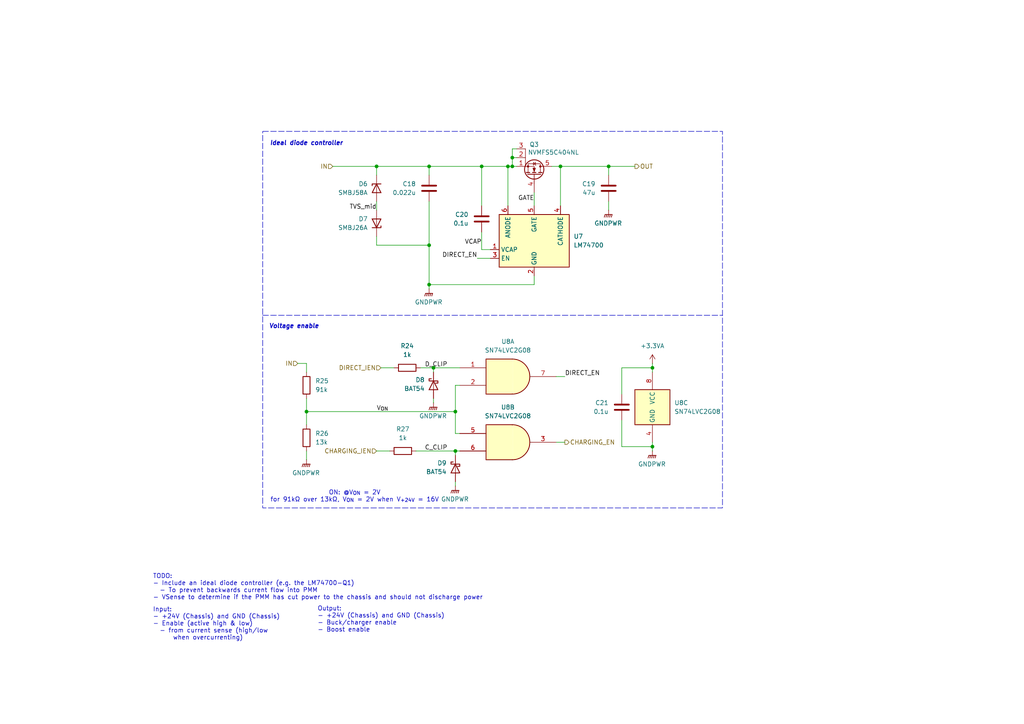
<source format=kicad_sch>
(kicad_sch (version 20250114) (generator "eeschema") (generator_version "9.0")
  (paper "A4")
  (title_block (title "Ideal Diode + VSense") (date "2025-02-12") (rev "1") (company "UT Robomaster") (comment 1 "Robomaster"))
  (lib_symbols
    (symbol "! Robomaster ICs:SN74LVC2G08"
      (property "Reference" "U" (at -10.16 7.62 0))
      (property "Value" "SN74LVC2G08" (at -10.16 -7.62 0))
      (symbol "SN74LVC2G08_1_1"
        (arc (start 0 5.08) (mid 5.0579 0) (end 0 -5.08) (stroke (width 0.254)) (fill (type background)))
        (polyline (pts (xy 0 -5.08) (xy -7.62 -5.08) (xy -7.62 5.08) (xy 0 5.08)) (stroke (width 0.254)) (fill (type background)))
        (pin input line (at -15.24 2.54 0) (length 7.62) (name "~") (number "1"))
        (pin input line (at -15.24 -2.54 0) (length 7.62) (name "~") (number "2"))
        (pin output line (at 12.7 0 180) (length 7.62) (name "~") (number "7"))
      )
      (symbol "SN74LVC2G08_2_1"
        (arc (start 0 5.08) (mid 5.0579 0) (end 0 -5.08) (stroke (width 0.254)) (fill (type background)))
        (polyline (pts (xy 0 -5.08) (xy -7.62 -5.08) (xy -7.62 5.08) (xy 0 5.08)) (stroke (width 0.254)) (fill (type background)))
        (pin input line (at -15.24 2.54 0) (length 7.62) (name "~") (number "5"))
        (pin input line (at -15.24 -2.54 0) (length 7.62) (name "~") (number "6"))
        (pin output line (at 12.7 0 180) (length 7.62) (name "~") (number "3"))
      )
      (symbol "SN74LVC2G08_3_0"
        (rectangle (start -5.08 -5.08) (end 5.08 5.08) (stroke (width 0.254)) (fill (type background)))
      )
      (symbol "SN74LVC2G08_3_1"
        (pin power_in line (at 0 10.16 270) (length 5.08) (name "VCC") (number "8"))
        (pin power_in line (at 0 -10.16 90) (length 5.08) (name "GND") (number "4"))
      )
    )
    (symbol "Device:C" (pin_numbers (hide yes)) (pin_names (offset 0.254))
      (property "Reference" "C" (at 0.635 2.54 0))
      (property "Value" "C" (at 0.635 -2.54 0))
      (symbol "C_0_1"
        (polyline (pts (xy -2.032 0.762) (xy 2.032 0.762)) (stroke (width 0.508)))
        (polyline (pts (xy -2.032 -0.762) (xy 2.032 -0.762)) (stroke (width 0.508)))
      )
      (symbol "C_1_1"
        (pin passive line (at 0 3.81 270) (length 2.794) (name "~") (number "1"))
        (pin passive line (at 0 -3.81 90) (length 2.794) (name "~") (number "2"))
      )
    )
    (symbol "Device:D_Schottky" (pin_numbers (hide yes)) (pin_names (offset 1.016) (hide yes))
      (property "Reference" "D6" (at -0.3175 6.35 0))
      (property "Value" "BAT54" (at -0.3175 3.81 0))
      (symbol "D_Schottky_0_1"
        (polyline (pts (xy -1.905 0.635) (xy -1.905 1.27) (xy -1.27 1.27) (xy -1.27 -1.27) (xy -0.635 -1.27) (xy -0.635 -0.635)) (stroke (width 0.254)))
        (polyline (pts (xy 1.27 1.27) (xy 1.27 -1.27) (xy -1.27 0) (xy 1.27 1.27)) (stroke (width 0.254)))
        (polyline (pts (xy 1.27 0) (xy -1.27 0)))
      )
      (symbol "D_Schottky_1_1"
        (pin passive line (at -3.81 0 0) (length 2.54) (name "K") (number "3"))
        (pin passive line (at 3.81 0 180) (length 2.54) (name "A") (number "1"))
      )
    )
    (symbol "Device:D_Zener" (pin_numbers (hide yes)) (pin_names (offset 1.016) (hide yes))
      (property "Reference" "D" (at 0 2.54 0))
      (property "Value" "D_Zener" (at 0 -2.54 0))
      (symbol "D_Zener_0_1"
        (polyline (pts (xy -1.27 -1.27) (xy -1.27 1.27) (xy -0.762 1.27)) (stroke (width 0.254)))
        (polyline (pts (xy 1.27 0) (xy -1.27 0)))
        (polyline (pts (xy 1.27 -1.27) (xy 1.27 1.27) (xy -1.27 0) (xy 1.27 -1.27)) (stroke (width 0.254)))
      )
      (symbol "D_Zener_1_1"
        (pin passive line (at -3.81 0 0) (length 2.54) (name "K") (number "1"))
        (pin passive line (at 3.81 0 180) (length 2.54) (name "A") (number "2"))
      )
    )
    (symbol "Device:Q_NMOS_SGD" (pin_names (offset 0) (hide yes))
      (property "Reference" "Q1" (at 8.89 0 90))
      (property "Value" "NVMFS5C404NL" (at 6.35 0 90))
      (symbol "Q_NMOS_SGD_0_1"
        (polyline (pts (xy 0.254 1.905) (xy 0.254 -1.905)) (stroke (width 0.254)))
        (polyline (pts (xy 0.254 0) (xy -2.54 0)))
        (polyline (pts (xy 0.762 2.286) (xy 0.762 1.27)) (stroke (width 0.254)))
        (polyline (pts (xy 0.762 0.508) (xy 0.762 -0.508)) (stroke (width 0.254)))
        (polyline (pts (xy 0.762 -1.27) (xy 0.762 -2.286)) (stroke (width 0.254)))
        (polyline (pts (xy 0.762 -1.778) (xy 3.302 -1.778) (xy 3.302 1.778) (xy 0.762 1.778)))
        (polyline (pts (xy 1.016 0) (xy 2.032 0.381) (xy 2.032 -0.381) (xy 1.016 0)) (fill (type outline)))
        (circle (center 1.651 0) (radius 2.794) (stroke (width 0.254)))
        (polyline (pts (xy 2.54 2.54) (xy 2.54 1.778)))
        (circle (center 2.54 1.778) (radius 0.254) (fill (type outline)))
        (circle (center 2.54 -1.778) (radius 0.254) (fill (type outline)))
        (polyline (pts (xy 2.54 -2.54) (xy 2.54 0) (xy 0.762 0)))
        (polyline (pts (xy 2.794 0.508) (xy 2.921 0.381) (xy 3.683 0.381) (xy 3.81 0.254)))
        (polyline (pts (xy 3.302 0.381) (xy 2.921 -0.254) (xy 3.683 -0.254) (xy 3.302 0.381)))
        (polyline (pts (xy 7.62 -2.54) (xy 2.54 -2.54)))
      )
      (symbol "Q_NMOS_SGD_1_1"
        (pin input line (at -5.08 0 0) (length 5.08) (name "G") (number "4"))
        (pin passive line (at 2.54 5.08 270) (length 2.54) (name "D") (number "5"))
        (pin passive line (at 2.54 -5.08 90) (length 2.54) (name "S") (number "1"))
        (pin passive line (at 5.08 -5.08 90) (length 2.54) (name "S") (number "2"))
        (pin passive line (at 7.62 -5.08 90) (length 2.54) (name "S") (number "3"))
      )
    )
    (symbol "Device:R" (pin_numbers (hide yes)) (pin_names (offset 0))
      (property "Reference" "R" (at 2.032 0 90))
      (property "Value" "R" (at 0 0 90))
      (symbol "R_0_1"
        (rectangle (start -1.016 -2.54) (end 1.016 2.54) (stroke (width 0.254)))
      )
      (symbol "R_1_1"
        (pin passive line (at 0 3.81 270) (length 1.27) (name "~") (number "1"))
        (pin passive line (at 0 -3.81 90) (length 1.27) (name "~") (number "2"))
      )
    )
    (symbol "Power_Management:LM74700"
      (property "Reference" "U" (at -9.525 -8.89 0))
      (property "Value" "LM74700" (at 7.62 -8.89 0))
      (symbol "LM74700_0_1"
        (rectangle (start -10.16 7.62) (end 10.16 -7.62) (stroke (width 0.254)) (fill (type background)))
      )
      (symbol "LM74700_1_1"
        (pin passive line (at -12.7 -2.54 0) (length 2.54) (name "VCAP") (number "1"))
        (pin input line (at -12.7 -5.08 0) (length 2.54) (name "EN") (number "3"))
        (pin power_in line (at -7.62 10.16 270) (length 2.54) (name "ANODE") (number "6"))
        (pin output line (at 0 10.16 270) (length 2.54) (name "GATE") (number "5"))
        (pin power_in line (at 0 -10.16 90) (length 2.54) (name "GND") (number "2"))
        (pin input line (at 7.62 10.16 270) (length 2.54) (name "CATHODE") (number "4"))
      )
    )
    (symbol "power:+3.3VA" (power) (pin_numbers (hide yes)) (pin_names (offset 0) (hide yes))
      (property "Value" "+3.3VA" (at 0 3.556 0))
      (symbol "+3.3VA_0_1"
        (polyline (pts (xy -0.762 1.27) (xy 0 2.54)))
        (polyline (pts (xy 0 2.54) (xy 0.762 1.27)))
        (polyline (pts (xy 0 0) (xy 0 2.54)))
      )
      (symbol "+3.3VA_1_1"
        (pin power_in line (at 0 0 90) (length 0) (name "~") (number "1"))
      )
    )
    (symbol "power:GNDPWR" (power) (pin_numbers (hide yes)) (pin_names (offset 0) (hide yes))
      (property "Value" "GNDPWR" (at 0 -3.302 0))
      (symbol "GNDPWR_0_1"
        (polyline (pts (xy -1.016 -1.27) (xy -1.27 -2.032) (xy -1.27 -2.032)) (stroke (width 0.2032)))
        (polyline (pts (xy -0.508 -1.27) (xy -0.762 -2.032) (xy -0.762 -2.032)) (stroke (width 0.2032)))
        (polyline (pts (xy 0 -1.27) (xy 0 0)))
        (polyline (pts (xy 0 -1.27) (xy -0.254 -2.032) (xy -0.254 -2.032)) (stroke (width 0.2032)))
        (polyline (pts (xy 0.508 -1.27) (xy 0.254 -2.032) (xy 0.254 -2.032)) (stroke (width 0.2032)))
        (polyline (pts (xy 1.016 -1.27) (xy -1.016 -1.27) (xy -1.016 -1.27)) (stroke (width 0.2032)))
        (polyline (pts (xy 1.016 -1.27) (xy 0.762 -2.032) (xy 0.762 -2.032) (xy 0.762 -2.032)) (stroke (width 0.2032)))
      )
      (symbol "GNDPWR_1_1"
        (pin power_in line (at 0 0 270) (length 0) (name "~") (number "1"))
      )
    )
  )
  (rectangle (start 76.2 38.1) (end 209.55 147.32) (stroke (width 0) (type dash)))
  (text "Input:\n- +24V (Chassis) and GND (Chassis)\n- Enable (active high & low)\n  - from current sense (high/low \n      when overcurrenting)" (at 44.323 176.149 0) (effects (font (size 1.27 1.27)) (justify left top)))
  (text "ON: @V_{ON} = 2V\nfor 91kΩ over 13kΩ, V_{ON} = 2V when V_{+24V} = 16V" (at 102.87 142.24 0) (effects (font (size 1.27 1.27)) (justify top)))
  (text "Ideal diode controller" (at 78.232 40.894 0) (effects (font (size 1.27 1.27) (thickness 0.254) (bold yes) (italic yes)) (justify left top)))
  (text "Output:\n- +24V (Chassis) and GND (Chassis)\n- Buck/charger enable\n- Boost enable" (at 92.075 175.895 0) (effects (font (size 1.27 1.27)) (justify left top)))
  (text "Voltage enable" (at 77.978 93.98 0) (effects (font (size 1.27 1.27) (thickness 0.254) (bold yes) (italic yes)) (justify left top)))
  (text "TODO:\n- Include an ideal diode controller (e.g. the LM74700-Q1)\n  - To prevent backwards current flow into PMM\n- VSense to determine if the PMM has cut power to the chassis and should not discharge power" (at 44.323 166.497 0) (effects (font (size 1.27 1.27)) (justify left top)))
  (junction (at 88.9 119.38))
  (junction (at 148.59 45.72))
  (junction (at 125.73 106.68))
  (junction (at 124.46 82.55))
  (junction (at 139.7 48.26))
  (junction (at 132.08 119.38))
  (junction (at 189.23 129.54))
  (junction (at 148.59 48.26))
  (junction (at 124.46 71.12))
  (junction (at 132.08 130.81))
  (junction (at 109.22 48.26))
  (junction (at 124.46 48.26))
  (junction (at 147.32 48.26))
  (junction (at 189.23 106.68))
  (junction (at 162.56 48.26))
  (junction (at 176.53 48.26))
  (wire (pts (xy 124.46 82.55) (xy 154.94 82.55)))
  (wire (pts (xy 161.29 109.22) (xy 163.83 109.22)))
  (wire (pts (xy 124.46 82.55) (xy 124.46 83.82)))
  (wire (pts (xy 149.86 43.18) (xy 148.59 43.18)))
  (wire (pts (xy 162.56 48.26) (xy 162.56 59.69)))
  (wire (pts (xy 180.34 129.54) (xy 189.23 129.54)))
  (wire (pts (xy 180.34 121.92) (xy 180.34 129.54)))
  (wire (pts (xy 161.29 128.27) (xy 163.83 128.27)))
  (wire (pts (xy 120.65 130.81) (xy 132.08 130.81)))
  (wire (pts (xy 162.56 48.26) (xy 176.53 48.26)))
  (wire (pts (xy 109.22 130.81) (xy 113.03 130.81)))
  (wire (pts (xy 180.34 106.68) (xy 180.34 114.3)))
  (wire (pts (xy 189.23 106.68) (xy 180.34 106.68)))
  (wire (pts (xy 88.9 119.38) (xy 132.08 119.38)))
  (wire (pts (xy 176.53 48.26) (xy 184.15 48.26)))
  (wire (pts (xy 124.46 58.42) (xy 124.46 71.12)))
  (wire (pts (xy 132.08 119.38) (xy 132.08 125.73)))
  (wire (pts (xy 132.08 130.81) (xy 133.35 130.81)))
  (wire (pts (xy 154.94 80.01) (xy 154.94 82.55)))
  (wire (pts (xy 139.7 48.26) (xy 147.32 48.26)))
  (wire (pts (xy 189.23 106.68) (xy 189.23 107.95)))
  (wire (pts (xy 139.7 72.39) (xy 142.24 72.39)))
  (wire (pts (xy 109.22 71.12) (xy 124.46 71.12)))
  (wire (pts (xy 176.53 48.26) (xy 176.53 50.8)))
  (wire (pts (xy 125.73 106.68) (xy 125.73 107.95)))
  (wire (pts (xy 189.23 128.27) (xy 189.23 129.54)))
  (wire (pts (xy 125.73 115.57) (xy 125.73 116.84)))
  (wire (pts (xy 147.32 48.26) (xy 148.59 48.26)))
  (wire (pts (xy 121.92 106.68) (xy 125.73 106.68)))
  (wire (pts (xy 160.02 48.26) (xy 162.56 48.26)))
  (wire (pts (xy 138.43 74.93) (xy 142.24 74.93)))
  (wire (pts (xy 132.08 111.76) (xy 132.08 119.38)))
  (wire (pts (xy 132.08 139.7) (xy 132.08 140.97)))
  (wire (pts (xy 139.7 67.31) (xy 139.7 72.39)))
  (wire (pts (xy 176.53 58.42) (xy 176.53 60.96)))
  (wire (pts (xy 148.59 43.18) (xy 148.59 45.72)))
  (wire (pts (xy 149.86 45.72) (xy 148.59 45.72)))
  (wire (pts (xy 132.08 130.81) (xy 132.08 132.08)))
  (wire (pts (xy 139.7 48.26) (xy 139.7 59.69)))
  (wire (pts (xy 88.9 119.38) (xy 88.9 123.19)))
  (wire (pts (xy 88.9 115.57) (xy 88.9 119.38)))
  (wire (pts (xy 109.22 48.26) (xy 109.22 50.8)))
  (wire (pts (xy 96.52 48.26) (xy 109.22 48.26)))
  (wire (pts (xy 147.32 48.26) (xy 147.32 59.69)))
  (wire (pts (xy 124.46 71.12) (xy 124.46 82.55)))
  (wire (pts (xy 189.23 129.54) (xy 189.23 130.81)))
  (wire (pts (xy 133.35 111.76) (xy 132.08 111.76)))
  (wire (pts (xy 88.9 130.81) (xy 88.9 133.35)))
  (wire (pts (xy 109.22 68.58) (xy 109.22 71.12)))
  (wire (pts (xy 88.9 105.41) (xy 88.9 107.95)))
  (wire (pts (xy 132.08 125.73) (xy 133.35 125.73)))
  (wire (pts (xy 148.59 48.26) (xy 149.86 48.26)))
  (wire (pts (xy 124.46 48.26) (xy 139.7 48.26)))
  (wire (pts (xy 154.94 55.88) (xy 154.94 59.69)))
  (wire (pts (xy 109.22 58.42) (xy 109.22 60.96)))
  (wire (pts (xy 110.49 106.68) (xy 114.3 106.68)))
  (polyline (pts (xy 76.2 91.44) (xy 209.55 91.44)) (stroke (width 0) (type dash)))
  (wire (pts (xy 189.23 105.41) (xy 189.23 106.68)))
  (wire (pts (xy 86.36 105.41) (xy 88.9 105.41)))
  (wire (pts (xy 125.73 106.68) (xy 133.35 106.68)))
  (wire (pts (xy 109.22 48.26) (xy 124.46 48.26)))
  (wire (pts (xy 148.59 45.72) (xy 148.59 48.26)))
  (wire (pts (xy 124.46 48.26) (xy 124.46 50.8)))
  (label "DIRECT_EN" (at 138.43 74.93 180) (effects (font (thickness 0.1588))))
  (label "C_CLIP" (at 123.19 130.81 0))
  (label "V_{ON}" (at 109.22 119.38 0))
  (label "DIRECT_EN" (at 163.83 109.22 0) (effects (font (thickness 0.1588))))
  (label "TVS_mid" (at 109.22 60.96 180) (effects (font (thickness 0.1588))))
  (label "D_CLIP" (at 123.19 106.68 0))
  (label "VCAP" (at 139.7 71.12 180) (effects (font (thickness 0.1588))))
  (label "GATE" (at 154.94 58.42 180))
  (hierarchical_label "DIRECT_IEN" (shape input) (at 110.49 106.68 180))
  (hierarchical_label "CHARGING_IEN" (shape input) (at 109.22 130.81 180))
  (hierarchical_label "IN" (shape input) (at 96.52 48.26 180))
  (hierarchical_label "IN" (shape input) (at 86.36 105.41 180))
  (hierarchical_label "OUT" (shape output) (at 184.15 48.26 0))
  (hierarchical_label "CHARGING_EN" (shape output) (at 163.83 128.27 0))
  (symbol (lib_id "Device:R") (at 88.9 111.76 0) (unit 1)
    (property "Reference" "R25" (at 91.44 110.4899 0) (effects (justify left)))
    (property "Value" "91k" (at 91.44 113.0299 0) (effects (justify left)))
    (property "Footprint" "Resistor_SMD:R_0603_1608Metric_Pad0.98x0.95mm_HandSolder" (effects (hide yes)))
    (property "Description" "Resistor" (effects (hide yes)))
  )
  (symbol (lib_id "Device:R") (at 118.11 106.68 90) (unit 1)
    (property "Reference" "R24" (at 118.11 100.33 90))
    (property "Value" "1k" (at 118.11 102.87 90))
    (property "Footprint" "Resistor_SMD:R_0603_1608Metric_Pad0.98x0.95mm_HandSolder" (effects (hide yes)))
    (property "Description" "Resistor" (effects (hide yes)))
  )
  (symbol (lib_id "Device:C") (at 176.53 54.61 0) (mirror y) (unit 1)
    (property "Reference" "C19" (at 172.72 53.3399 0) (effects (justify left)))
    (property "Value" "47u" (at 172.72 55.8799 0) (effects (justify left)))
    (property "Footprint" "Capacitor_SMD:C_0603_1608Metric_Pad1.08x0.95mm_HandSolder" (effects (hide yes)))
    (property "Description" "Unpolarized capacitor" (effects (hide yes)))
  )
  (symbol (lib_id "Device:D_Schottky") (at 125.73 111.76 90) (mirror x) (unit 1)
    (property "Reference" "D8" (at 123.19 110.1724 90) (effects (justify left)))
    (property "Value" "BAT54" (at 123.19 112.7124 90) (effects (justify left)))
    (property "Footprint" "Package_TO_SOT_SMD:SOT-23_Handsoldering" (effects (hide yes)))
    (property "Datasheet" "https://www.mouser.com/datasheet/2/1057/BAT54_SERIES-1868856.pdf" (effects (hide yes)))
    (property "Description" "Schottky diode" (effects (hide yes)))
    (property "Mouser Part Number" "241-BAT54_R1_00001" (effects (hide yes)))
  )
  (symbol (lib_id "Device:C") (at 124.46 54.61 0) (mirror y) (unit 1)
    (property "Reference" "C18" (at 120.65 53.3399 0) (effects (justify left)))
    (property "Value" "0.022u" (at 120.65 55.8799 0) (effects (justify left)))
    (property "Footprint" "Capacitor_SMD:C_0603_1608Metric_Pad1.08x0.95mm_HandSolder" (effects (hide yes)))
    (property "Description" "Unpolarized capacitor" (effects (hide yes)))
  )
  (symbol (lib_id "Device:D_Schottky") (at 132.08 135.89 90) (mirror x) (unit 1)
    (property "Reference" "D9" (at 129.54 134.3024 90) (effects (justify left)))
    (property "Value" "BAT54" (at 129.54 136.8424 90) (effects (justify left)))
    (property "Footprint" "Package_TO_SOT_SMD:SOT-23_Handsoldering" (effects (hide yes)))
    (property "Datasheet" "https://www.mouser.com/datasheet/2/1057/BAT54_SERIES-1868856.pdf" (effects (hide yes)))
    (property "Description" "Schottky diode" (effects (hide yes)))
    (property "Mouser Part Number" "241-BAT54_R1_00001" (effects (hide yes)))
  )
  (symbol (lib_id "power:GNDPWR") (at 125.73 116.84 0) (unit 1)
    (property "Reference" "#PWR056" (effects (hide yes)))
    (property "Value" "GNDPWR" (at 125.603 120.65 0))
    (property "Description" "Power symbol creates a global label with name \"GNDPWR\" , global ground" (effects (hide yes)))
  )
  (symbol (lib_id "Device:R") (at 116.84 130.81 90) (unit 1)
    (property "Reference" "R27" (at 116.84 124.46 90))
    (property "Value" "1k" (at 116.84 127 90))
    (property "Footprint" "Resistor_SMD:R_0603_1608Metric_Pad0.98x0.95mm_HandSolder" (effects (hide yes)))
    (property "Description" "Resistor" (effects (hide yes)))
  )
  (symbol (lib_id "! Robomaster ICs:SN74LVC2G08") (at 148.59 128.27 0) (unit 2)
    (property "Reference" "U8" (at 147.3089 118.11 0))
    (property "Value" "SN74LVC2G08" (at 147.3089 120.65 0))
    (property "Footprint" "Package_SO:VSSOP-8_2.3x2mm_P0.5mm" (effects (hide yes)))
    (property "Datasheet" "https://www.ti.com/lit/gpn/sn74lvc2g08" (effects (hide yes)))
    (property "Description" "2-ch, 2-input 1.65-V to 5.5-V 32 mA drive strength AND gate" (effects (hide yes)))
  )
  (symbol (lib_id "power:GNDPWR") (at 189.23 130.81 0) (unit 1)
    (property "Reference" "#PWR057" (effects (hide yes)))
    (property "Value" "GNDPWR" (at 189.103 134.62 0))
    (property "Description" "Power symbol creates a global label with name \"GNDPWR\" , global ground" (effects (hide yes)))
  )
  (symbol (lib_id "power:+3.3VA") (at 189.23 105.41 0) (unit 1)
    (property "Reference" "#PWR055" (effects (hide yes)))
    (property "Value" "+3.3VA" (at 189.23 100.33 0))
    (property "Description" "Power symbol creates a global label with name \"+3.3VA\"" (effects (hide yes)))
  )
  (symbol (lib_id "power:GNDPWR") (at 124.46 83.82 0) (unit 1)
    (property "Reference" "#PWR054" (effects (hide yes)))
    (property "Value" "GNDPWR" (at 124.333 87.63 0))
    (property "Description" "Power symbol creates a global label with name \"GNDPWR\" , global ground" (effects (hide yes)))
  )
  (symbol (lib_id "Device:C") (at 139.7 63.5 0) (mirror y) (unit 1)
    (property "Reference" "C20" (at 135.89 62.2299 0) (effects (justify left)))
    (property "Value" "0.1u" (at 135.89 64.7699 0) (effects (justify left)))
    (property "Footprint" "Capacitor_SMD:C_0603_1608Metric_Pad1.08x0.95mm_HandSolder" (effects (hide yes)))
    (property "Description" "Unpolarized capacitor" (effects (hide yes)))
  )
  (symbol (lib_id "Device:Q_NMOS_SGD") (at 154.94 50.8 270) (mirror x) (unit 1)
    (property "Reference" "Q3" (at 154.94 41.91 90))
    (property "Value" "NVMFS5C404NL" (at 160.528 44.196 90))
    (property "Footprint" "Package_SO:ONSemi_SO-8FL_488AA" (effects (hide yes)))
    (property "Description" "N-MOSFET transistor, source/gate/drain" (effects (hide yes)))
  )
  (symbol (lib_id "Power_Management:LM74700") (at 154.94 69.85 0) (unit 1)
    (property "Reference" "U7" (at 166.37 68.5799 0) (effects (justify left)))
    (property "Value" "LM74700" (at 166.37 71.1199 0) (effects (justify left)))
    (property "Footprint" "Package_TO_SOT_SMD:SOT-23-6_Handsoldering" (effects (hide yes)))
    (property "Datasheet" "http://www.ti.com/lit/gpn/LM74700-Q1" (effects (hide yes)))
    (property "Description" "Low Iq reverse battery protection ideal diode controller, SOT-23-6" (effects (hide yes)))
  )
  (symbol (lib_id "! Robomaster ICs:SN74LVC2G08") (at 189.23 118.11 0) (unit 3)
    (property "Reference" "U8" (at 195.58 116.8399 0) (effects (justify left)))
    (property "Value" "SN74LVC2G08" (at 195.58 119.3799 0) (effects (justify left)))
    (property "Footprint" "Package_SO:VSSOP-8_2.3x2mm_P0.5mm" (effects (hide yes)))
    (property "Datasheet" "https://www.ti.com/lit/gpn/sn74lvc2g08" (effects (hide yes)))
    (property "Description" "2-ch, 2-input 1.65-V to 5.5-V 32 mA drive strength AND gate" (effects (hide yes)))
  )
  (symbol (lib_id "Device:R") (at 88.9 127 0) (unit 1)
    (property "Reference" "R26" (at 91.44 125.7299 0) (effects (justify left)))
    (property "Value" "13k" (at 91.44 128.2699 0) (effects (justify left)))
    (property "Footprint" "Resistor_SMD:R_0603_1608Metric_Pad0.98x0.95mm_HandSolder" (effects (hide yes)))
    (property "Description" "Resistor" (effects (hide yes)))
  )
  (symbol (lib_id "Device:D_Zener") (at 109.22 54.61 90) (mirror x) (unit 1)
    (property "Reference" "D6" (at 106.68 53.3399 90) (effects (justify left)))
    (property "Value" "SMBJ58A" (at 106.68 55.8799 90) (effects (justify left)))
    (property "Footprint" "Diode_SMD:D_SMB_Handsoldering" (effects (hide yes)))
    (property "Datasheet" "https://www.mouser.com/datasheet/2/115/DIOD_S_A0003133144_1-2542279.pdf" (effects (hide yes)))
    (property "Description" "Zener diode" (effects (hide yes)))
  )
  (symbol (lib_id "power:GNDPWR") (at 176.53 60.96 0) (unit 1)
    (property "Reference" "#PWR053" (effects (hide yes)))
    (property "Value" "GNDPWR" (at 176.403 64.77 0))
    (property "Description" "Power symbol creates a global label with name \"GNDPWR\" , global ground" (effects (hide yes)))
  )
  (symbol (lib_id "Device:C") (at 180.34 118.11 0) (mirror y) (unit 1)
    (property "Reference" "C21" (at 176.53 116.8399 0) (effects (justify left)))
    (property "Value" "0.1u" (at 176.53 119.3799 0) (effects (justify left)))
    (property "Footprint" "Capacitor_SMD:C_0603_1608Metric_Pad1.08x0.95mm_HandSolder" (effects (hide yes)))
    (property "Description" "Unpolarized capacitor" (effects (hide yes)))
  )
  (symbol (lib_id "! Robomaster ICs:SN74LVC2G08") (at 148.59 109.22 0) (unit 1)
    (property "Reference" "U8" (at 147.3089 99.06 0))
    (property "Value" "SN74LVC2G08" (at 147.3089 101.6 0))
    (property "Footprint" "Package_SO:VSSOP-8_2.3x2mm_P0.5mm" (effects (hide yes)))
    (property "Datasheet" "https://www.ti.com/lit/gpn/sn74lvc2g08" (effects (hide yes)))
    (property "Description" "2-ch, 2-input 1.65-V to 5.5-V 32 mA drive strength AND gate" (effects (hide yes)))
  )
  (symbol (lib_id "power:GNDPWR") (at 88.9 133.35 0) (unit 1)
    (property "Reference" "#PWR058" (effects (hide yes)))
    (property "Value" "GNDPWR" (at 88.773 137.16 0))
    (property "Description" "Power symbol creates a global label with name \"GNDPWR\" , global ground" (effects (hide yes)))
  )
  (symbol (lib_id "Device:D_Zener") (at 109.22 64.77 270) (mirror x) (unit 1)
    (property "Reference" "D7" (at 106.68 63.4999 90) (effects (justify right)))
    (property "Value" "SMBJ26A" (at 106.68 66.0399 90) (effects (justify right)))
    (property "Footprint" "Diode_SMD:D_SMB_Handsoldering" (effects (hide yes)))
    (property "Datasheet" "https://www.vishay.com/docs/88392/smbj.pdf" (effects (hide yes)))
    (property "Description" "Zener diode" (effects (hide yes)))
  )
  (symbol (lib_id "power:GNDPWR") (at 132.08 140.97 0) (unit 1)
    (property "Reference" "#PWR059" (effects (hide yes)))
    (property "Value" "GNDPWR" (at 131.953 144.78 0))
    (property "Description" "Power symbol creates a global label with name \"GNDPWR\" , global ground" (effects (hide yes)))
  )
)
</source>
